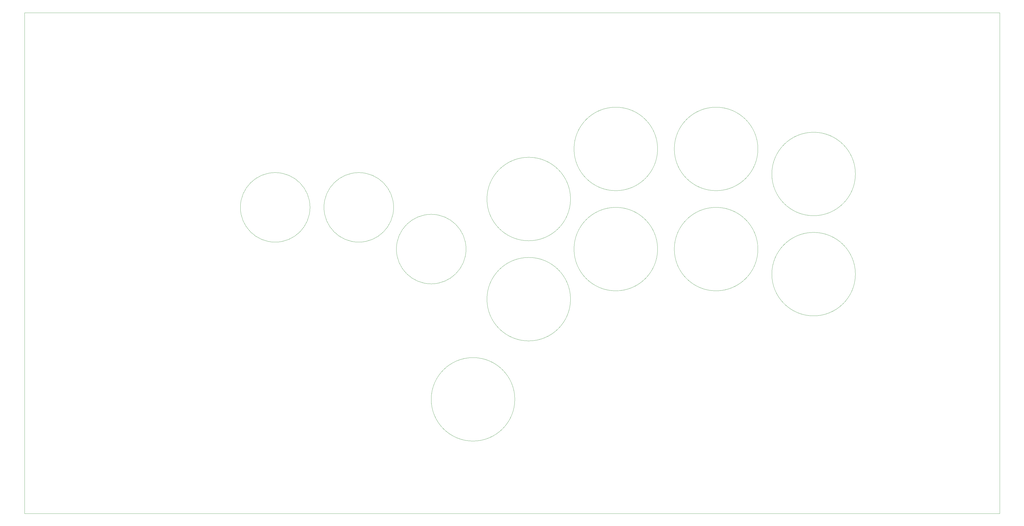
<source format=gm1>
G04 #@! TF.GenerationSoftware,KiCad,Pcbnew,8.0.2*
G04 #@! TF.CreationDate,2024-07-25T20:56:57+08:00*
G04 #@! TF.ProjectId,hitbox,68697462-6f78-42e6-9b69-6361645f7063,rev?*
G04 #@! TF.SameCoordinates,Original*
G04 #@! TF.FileFunction,Profile,NP*
%FSLAX46Y46*%
G04 Gerber Fmt 4.6, Leading zero omitted, Abs format (unit mm)*
G04 Created by KiCad (PCBNEW 8.0.2) date 2024-07-25 20:56:57*
%MOMM*%
%LPD*%
G01*
G04 APERTURE LIST*
G04 #@! TA.AperFunction,Profile*
%ADD10C,0.050000*%
G04 #@! TD*
G04 APERTURE END LIST*
D10*
X-30000000Y-10000000D02*
X320000000Y-10000000D01*
X320000000Y-190000000D01*
X-30000000Y-190000000D01*
X-30000000Y-10000000D01*
X197250000Y-59000000D02*
G75*
G02*
X167250000Y-59000000I-15000000J0D01*
G01*
X167250000Y-59000000D02*
G75*
G02*
X197250000Y-59000000I15000000J0D01*
G01*
X128500000Y-95000000D02*
G75*
G02*
X103500000Y-95000000I-12500000J0D01*
G01*
X103500000Y-95000000D02*
G75*
G02*
X128500000Y-95000000I12500000J0D01*
G01*
X166000000Y-77000000D02*
G75*
G02*
X136000000Y-77000000I-15000000J0D01*
G01*
X136000000Y-77000000D02*
G75*
G02*
X166000000Y-77000000I15000000J0D01*
G01*
X197250000Y-95000000D02*
G75*
G02*
X167250000Y-95000000I-15000000J0D01*
G01*
X167250000Y-95000000D02*
G75*
G02*
X197250000Y-95000000I15000000J0D01*
G01*
X72500000Y-80000000D02*
G75*
G02*
X47500000Y-80000000I-12500000J0D01*
G01*
X47500000Y-80000000D02*
G75*
G02*
X72500000Y-80000000I12500000J0D01*
G01*
X166000000Y-113000000D02*
G75*
G02*
X136000000Y-113000000I-15000000J0D01*
G01*
X136000000Y-113000000D02*
G75*
G02*
X166000000Y-113000000I15000000J0D01*
G01*
X268250000Y-68000000D02*
G75*
G02*
X238250000Y-68000000I-15000000J0D01*
G01*
X238250000Y-68000000D02*
G75*
G02*
X268250000Y-68000000I15000000J0D01*
G01*
X102500000Y-80000000D02*
G75*
G02*
X77500000Y-80000000I-12500000J0D01*
G01*
X77500000Y-80000000D02*
G75*
G02*
X102500000Y-80000000I12500000J0D01*
G01*
X268250000Y-104000000D02*
G75*
G02*
X238250000Y-104000000I-15000000J0D01*
G01*
X238250000Y-104000000D02*
G75*
G02*
X268250000Y-104000000I15000000J0D01*
G01*
X146000000Y-149000000D02*
G75*
G02*
X116000000Y-149000000I-15000000J0D01*
G01*
X116000000Y-149000000D02*
G75*
G02*
X146000000Y-149000000I15000000J0D01*
G01*
X233250000Y-59000000D02*
G75*
G02*
X203250000Y-59000000I-15000000J0D01*
G01*
X203250000Y-59000000D02*
G75*
G02*
X233250000Y-59000000I15000000J0D01*
G01*
X233250000Y-95000000D02*
G75*
G02*
X203250000Y-95000000I-15000000J0D01*
G01*
X203250000Y-95000000D02*
G75*
G02*
X233250000Y-95000000I15000000J0D01*
G01*
M02*

</source>
